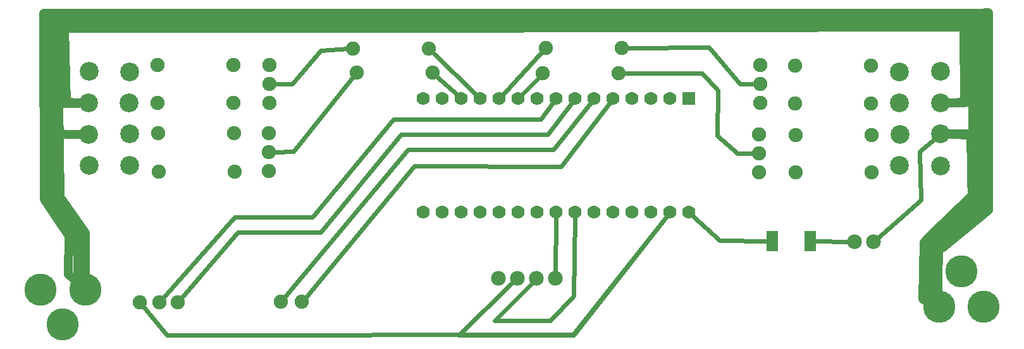
<source format=gtl>
G04 MADE WITH FRITZING*
G04 WWW.FRITZING.ORG*
G04 DOUBLE SIDED*
G04 HOLES PLATED*
G04 CONTOUR ON CENTER OF CONTOUR VECTOR*
%ASAXBY*%
%FSLAX23Y23*%
%MOIN*%
%OFA0B0*%
%SFA1.0B1.0*%
%ADD10C,0.099055*%
%ADD11C,0.070000*%
%ADD12C,0.075000*%
%ADD13C,0.078000*%
%ADD14C,0.170000*%
%ADD15R,0.070000X0.069972*%
%ADD16R,0.059055X0.106299*%
%ADD17C,0.048000*%
%ADD18C,0.024000*%
%ADD19R,0.001000X0.001000*%
%LNCOPPER1*%
G90*
G70*
G54D10*
X388Y1484D03*
G54D11*
X3550Y1341D03*
X3450Y1341D03*
X3350Y1341D03*
X3250Y1341D03*
X3150Y1341D03*
X3050Y1341D03*
X2950Y1341D03*
X2850Y1341D03*
X2750Y1341D03*
X2650Y1341D03*
X2550Y1341D03*
X2450Y1341D03*
X2350Y1341D03*
X2250Y1341D03*
X2150Y1341D03*
X3550Y741D03*
X3450Y741D03*
X3350Y741D03*
X3250Y741D03*
X3150Y741D03*
X3050Y741D03*
X2950Y741D03*
X2850Y741D03*
X2750Y741D03*
X2650Y741D03*
X2550Y741D03*
X2450Y741D03*
X2350Y741D03*
X2250Y741D03*
X2150Y741D03*
G54D10*
X4876Y1318D03*
X4876Y1153D03*
G54D12*
X1338Y1516D03*
X1338Y1416D03*
X1338Y1316D03*
X1337Y958D03*
X1337Y1058D03*
X1337Y1158D03*
X3921Y949D03*
X3921Y1049D03*
X3921Y1149D03*
X3927Y1516D03*
X3927Y1416D03*
X3927Y1316D03*
X3195Y1608D03*
X2795Y1608D03*
X3178Y1473D03*
X2778Y1473D03*
X1798Y1477D03*
X2198Y1477D03*
X1781Y1605D03*
X2181Y1605D03*
G54D10*
X4877Y1483D03*
X604Y1482D03*
X4658Y1482D03*
X385Y1152D03*
X4660Y987D03*
X602Y986D03*
X385Y1316D03*
X4658Y1317D03*
X4662Y1152D03*
X603Y1153D03*
X601Y1317D03*
X388Y986D03*
X4876Y984D03*
G54D12*
X4510Y1313D03*
X4110Y1313D03*
X4512Y1148D03*
X4112Y1148D03*
X749Y1316D03*
X1149Y1316D03*
X752Y1158D03*
X1152Y1158D03*
G54D13*
X4423Y584D03*
X4523Y584D03*
X2546Y390D03*
X2646Y390D03*
X2746Y390D03*
X2846Y390D03*
G54D12*
X759Y264D03*
X1509Y266D03*
X857Y265D03*
X1399Y266D03*
X655Y265D03*
G54D14*
X4868Y241D03*
X5104Y241D03*
X4986Y426D03*
X4868Y241D03*
X5104Y241D03*
X4986Y426D03*
X369Y331D03*
X133Y331D03*
X251Y146D03*
X369Y331D03*
X133Y331D03*
X251Y146D03*
G54D12*
X4111Y1515D03*
X4511Y1515D03*
X1149Y1517D03*
X749Y1517D03*
X1157Y954D03*
X757Y954D03*
X4112Y949D03*
X4512Y949D03*
G54D15*
X3550Y1341D03*
G54D16*
X3991Y587D03*
X4188Y587D03*
G54D17*
X231Y1314D02*
X333Y1315D01*
D02*
X5045Y1152D02*
X5038Y1788D01*
D02*
X5038Y1788D02*
X238Y1739D01*
D02*
X238Y1739D02*
X224Y1342D01*
D02*
X224Y1342D02*
X231Y1314D01*
D02*
X4928Y1152D02*
X5045Y1152D01*
D02*
X328Y396D02*
X326Y399D01*
D02*
X370Y629D02*
X369Y412D01*
D02*
X236Y820D02*
X370Y629D01*
D02*
X229Y1324D02*
X236Y820D01*
D02*
X333Y1318D02*
X229Y1324D01*
D02*
X327Y626D02*
X328Y396D01*
D02*
X192Y816D02*
X327Y626D01*
D02*
X333Y1152D02*
X185Y1154D01*
D02*
X185Y1154D02*
X192Y816D01*
D02*
X269Y1318D02*
X261Y1711D01*
D02*
X261Y1711D02*
X1900Y1709D01*
D02*
X333Y1317D02*
X269Y1318D01*
D02*
X192Y1758D02*
X1812Y1784D01*
D02*
X333Y1152D02*
X186Y1153D01*
D02*
X186Y1153D02*
X192Y1758D01*
G54D18*
D02*
X2220Y1458D02*
X2328Y1360D01*
D02*
X1781Y1455D02*
X1466Y1062D01*
D02*
X1752Y1603D02*
X1609Y1595D01*
D02*
X1609Y1595D02*
X1458Y1416D01*
D02*
X2201Y1585D02*
X2429Y1361D01*
G54D17*
D02*
X5004Y1320D02*
X4999Y1718D01*
D02*
X4999Y1718D02*
X1900Y1709D01*
D02*
X4927Y1318D02*
X5004Y1320D01*
D02*
X5082Y1155D02*
X5084Y1761D01*
D02*
X5084Y1761D02*
X1812Y1784D01*
D02*
X4928Y1153D02*
X5082Y1155D01*
G54D18*
D02*
X3224Y1608D02*
X3656Y1609D01*
D02*
X2776Y1587D02*
X2570Y1362D01*
D02*
X2758Y1452D02*
X2670Y1362D01*
D02*
X3618Y1474D02*
X3207Y1473D01*
D02*
X3892Y1049D02*
X3807Y1049D01*
D02*
X3656Y1609D02*
X3820Y1417D01*
D02*
X2624Y369D02*
X2337Y91D01*
D02*
X2950Y712D02*
X2944Y296D01*
D02*
X2850Y712D02*
X2846Y420D01*
D02*
X1528Y288D02*
X2104Y984D01*
D02*
X1417Y288D02*
X2070Y1071D01*
D02*
X876Y287D02*
X1174Y634D01*
D02*
X777Y285D02*
X1157Y714D01*
G54D17*
D02*
X4804Y321D02*
X4817Y305D01*
D02*
X4927Y1318D02*
X5075Y1319D01*
D02*
X5035Y1147D02*
X5043Y779D01*
D02*
X4928Y1151D02*
X5035Y1147D01*
D02*
X4843Y594D02*
X4843Y326D01*
D02*
X5087Y872D02*
X4799Y594D01*
D02*
X5075Y1319D02*
X5087Y872D01*
D02*
X5043Y779D02*
X4843Y594D01*
G54D18*
D02*
X2104Y984D02*
X2877Y982D01*
D02*
X2877Y982D02*
X3132Y1318D01*
D02*
X2835Y1069D02*
X3032Y1318D01*
D02*
X1610Y633D02*
X2032Y1151D01*
D02*
X2805Y1149D02*
X2932Y1318D01*
D02*
X1174Y634D02*
X1610Y633D01*
D02*
X1567Y715D02*
X1993Y1231D01*
D02*
X2769Y1231D02*
X2833Y1317D01*
D02*
X1157Y714D02*
X1567Y715D01*
D02*
X2818Y167D02*
X2527Y167D01*
D02*
X2527Y167D02*
X2725Y368D01*
D02*
X2940Y94D02*
X3432Y718D01*
D02*
X801Y91D02*
X2940Y94D01*
D02*
X2944Y90D02*
X3432Y718D01*
D02*
X2944Y296D02*
X2818Y167D01*
D02*
X2070Y1071D02*
X2835Y1069D01*
D02*
X2337Y91D02*
X2944Y90D01*
D02*
X2032Y1151D02*
X2805Y1149D01*
D02*
X1993Y1231D02*
X2769Y1231D01*
D02*
X673Y243D02*
X801Y91D01*
D02*
X4767Y1059D02*
X4845Y1126D01*
D02*
X4546Y604D02*
X4772Y805D01*
D02*
X4772Y805D02*
X4767Y1059D01*
D02*
X1466Y1062D02*
X1365Y1058D01*
D02*
X3703Y1383D02*
X3618Y1474D01*
D02*
X3700Y1143D02*
X3703Y1383D01*
D02*
X3807Y1049D02*
X3700Y1143D01*
G54D17*
D02*
X5091Y1319D02*
X5123Y1791D01*
D02*
X5123Y1791D02*
X148Y1792D01*
D02*
X148Y1792D02*
X152Y808D01*
D02*
X152Y808D02*
X283Y614D01*
D02*
X283Y614D02*
X280Y412D01*
D02*
X280Y412D02*
X309Y386D01*
D02*
X4927Y1318D02*
X5091Y1319D01*
D02*
X5030Y1788D02*
X5129Y1793D01*
D02*
X5019Y1755D02*
X5030Y1788D01*
D02*
X5129Y1793D02*
X5129Y749D01*
D02*
X5129Y749D02*
X4885Y551D01*
D02*
X4885Y551D02*
X4789Y581D01*
D02*
X4789Y581D02*
X4782Y281D01*
D02*
X4782Y281D02*
X4794Y275D01*
D02*
X4865Y580D02*
X4863Y340D01*
D02*
X4863Y340D02*
X4864Y322D01*
D02*
X4843Y326D02*
X4845Y319D01*
D02*
X4799Y594D02*
X4804Y321D01*
D02*
X5087Y769D02*
X4865Y580D01*
D02*
X5084Y1761D02*
X5087Y769D01*
D02*
X238Y1739D02*
X5019Y1755D01*
G54D18*
D02*
X1458Y1416D02*
X1367Y1416D01*
D02*
X3820Y1417D02*
X3898Y1416D01*
D02*
X3712Y589D02*
X3571Y721D01*
D02*
X3967Y587D02*
X3712Y589D01*
D02*
X4393Y585D02*
X4212Y586D01*
G54D19*
D02*
G04 End of Copper1*
M02*
</source>
